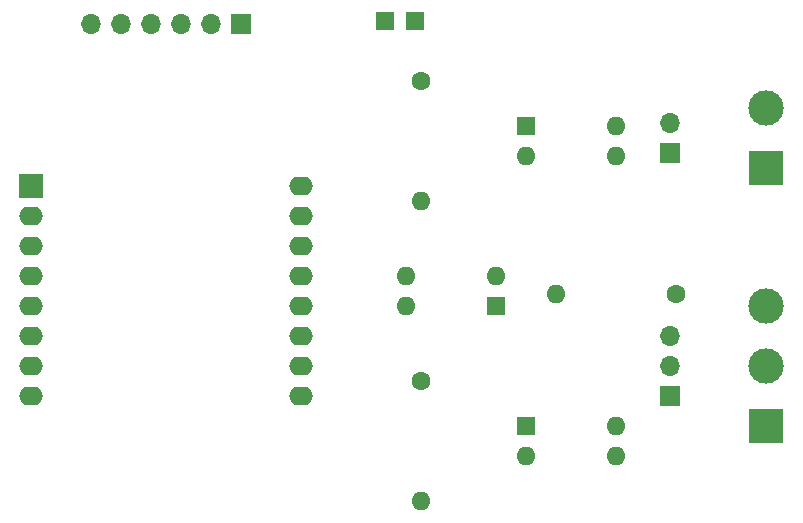
<source format=gts>
%TF.GenerationSoftware,KiCad,Pcbnew,5.1.10*%
%TF.CreationDate,2021-10-24T13:16:46+02:00*%
%TF.ProjectId,PCB,5043422e-6b69-4636-9164-5f7063625858,1.0*%
%TF.SameCoordinates,Original*%
%TF.FileFunction,Soldermask,Top*%
%TF.FilePolarity,Negative*%
%FSLAX46Y46*%
G04 Gerber Fmt 4.6, Leading zero omitted, Abs format (unit mm)*
G04 Created by KiCad (PCBNEW 5.1.10) date 2021-10-24 13:16:46*
%MOMM*%
%LPD*%
G01*
G04 APERTURE LIST*
%ADD10O,1.700000X1.700000*%
%ADD11R,1.700000X1.700000*%
%ADD12C,3.000000*%
%ADD13R,3.000000X3.000000*%
%ADD14R,1.500000X1.500000*%
%ADD15O,2.000000X1.600000*%
%ADD16R,2.000000X2.000000*%
%ADD17O,1.600000X1.600000*%
%ADD18R,1.600000X1.600000*%
%ADD19C,1.600000*%
G04 APERTURE END LIST*
D10*
X104902000Y-107950000D03*
X104902000Y-110490000D03*
D11*
X104902000Y-113030000D03*
D10*
X104902000Y-89916000D03*
D11*
X104902000Y-92456000D03*
D12*
X113030000Y-105410000D03*
X113030000Y-110490000D03*
D13*
X113030000Y-115570000D03*
D12*
X113030000Y-88646000D03*
D13*
X113030000Y-93726000D03*
D14*
X83312000Y-81280000D03*
X80772000Y-81280000D03*
D10*
X55880000Y-81534000D03*
X58420000Y-81534000D03*
X60960000Y-81534000D03*
X63500000Y-81534000D03*
X66040000Y-81534000D03*
D11*
X68580000Y-81534000D03*
D15*
X73660000Y-95250000D03*
X73660000Y-97790000D03*
X73660000Y-100330000D03*
X73660000Y-102870000D03*
X73660000Y-105410000D03*
X73660000Y-107950000D03*
X73660000Y-110490000D03*
X73660000Y-113030000D03*
X50800000Y-113030000D03*
X50800000Y-110490000D03*
X50800000Y-107950000D03*
X50800000Y-105410000D03*
X50800000Y-102870000D03*
X50800000Y-100330000D03*
D16*
X50800000Y-95250000D03*
D15*
X50800000Y-97790000D03*
D17*
X100330000Y-90170000D03*
X92710000Y-92710000D03*
X100330000Y-92710000D03*
D18*
X92710000Y-90170000D03*
D17*
X100330000Y-115570000D03*
X92710000Y-118110000D03*
X100330000Y-118110000D03*
D18*
X92710000Y-115570000D03*
D17*
X82550000Y-105410000D03*
X90170000Y-102870000D03*
X82550000Y-102870000D03*
D18*
X90170000Y-105410000D03*
D17*
X95250000Y-104394000D03*
D19*
X105410000Y-104394000D03*
D17*
X83820000Y-96520000D03*
D19*
X83820000Y-86360000D03*
D17*
X83820000Y-121920000D03*
D19*
X83820000Y-111760000D03*
M02*

</source>
